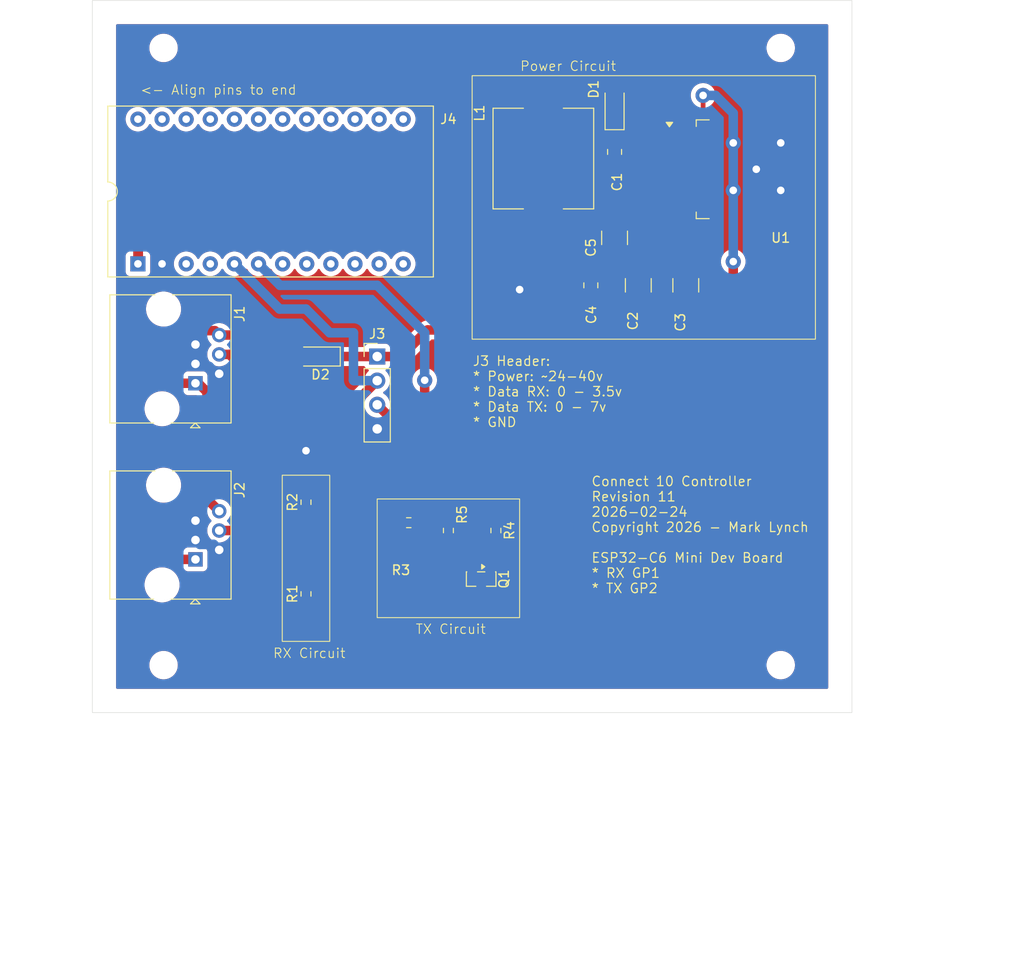
<source format=kicad_pcb>
(kicad_pcb (version 20241229) (generator "pcbnew") (generator_version "9.0")
  (title_block (title "Connect 10 Controller") (date "2026-02-24") (rev "Revision 11") (company "Copyright 2026 - Mark Lynch"))
  (layers (0 "F.Cu" signal) (2 "B.Cu" signal) (13 "F.Paste" user) (15 "B.Paste" user) (5 "F.SilkS" user "F.Silkscreen") (7 "B.SilkS" user "B.Silkscreen") (1 "F.Mask" user) (3 "B.Mask" user) (25 "Edge.Cuts" user))
  (net 0 "")
  (net 1 "Net-(U1-CB)")
  (net 2 "Net-(D1-K)")
  (net 3 "+24V (from connector)")
  (net 4 "Net-(Q1-B)")
  (net 5 "Net-(Q1-C)")
  (net 6 "GND (from connector)")
  (net 9 "+5V (from buck power)")
  (net 10 "Net-(D2-K)")
  (net 11 "Net-(J3-Pin_3)")
  (net 12 "Net-(J3-Pin_2)")
  (net 27 "Net-(J4-Pin_6)")
  (footprint "Capacitor_SMD:C_0805_2012Metric" (layer "F.Cu") (at 117.5 70 90)
    (property "Reference" "C4" (at -3.100702 0.049875 90) (layer "F.SilkS"))
    (property "Value" "100nF/50v")
    (fp_line (start -0.261252 -0.735) (end 0.261252 -0.735) (stroke (width 0.12)) (layer "F.SilkS"))
    (fp_line (start -0.261252 0.735) (end 0.261252 0.735) (stroke (width 0.12)) (layer "F.SilkS"))
    (pad "1" smd roundrect (at -0.95 0 90) (size 1 1.45) (layers "F.Cu" "F.Mask" "F.Paste") (net 10 "Net-(D2-K)"))
    (pad "2" smd roundrect (at 0.95 0 90) (size 1 1.45) (layers "F.Cu" "F.Mask" "F.Paste") (net 6 "GND (from connector)"))
  )
  (footprint "Capacitor_SMD:C_0805_2012Metric" (layer "F.Cu") (at 120 55.95 -90)
    (property "Reference" "C1" (at 3.172677 -0.257671 90) (layer "F.SilkS"))
    (property "Value" "10nF")
    (fp_line (start -0.261252 0.735) (end 0.261252 0.735) (stroke (width 0.12)) (layer "F.SilkS"))
    (fp_line (start -0.261252 -0.735) (end 0.261252 -0.735) (stroke (width 0.12)) (layer "F.SilkS"))
    (pad "1" smd roundrect (at -0.95 0 270) (size 1 1.45) (layers "F.Cu" "F.Mask" "F.Paste") (net 2 "Net-(D1-K)"))
    (pad "2" smd roundrect (at 0.95 0 270) (size 1 1.45) (layers "F.Cu" "F.Mask" "F.Paste") (net 1 "Net-(U1-CB)"))
  )
  (footprint "MountingHole:MountingHole_2.5mm" (layer "F.Cu") (at 72.5 45)
    (property "Reference" "REF**" (hide yes))
    (property "Value" "Mounting 2.5mm")
    (pad "" np_thru_hole circle (at 0 0) (size 2.5 2.5) (drill 2.5) (layers "*.Cu" "*.Mask"))
  )
  (footprint "Package_TO_SOT_SMD:TO-263-7_TabPin4" (layer "F.Cu") (at 133.425 57.775)
    (property "Reference" "U1" (at 4.075 7.225 0) (layer "F.SilkS"))
    (property "Value" "LM2678S-5.0/NOPB")
    (fp_line (start -4.825 -5.2) (end -4.825 -4.51) (stroke (width 0.12)) (layer "F.SilkS"))
    (fp_line (start -4.825 5.2) (end -4.825 4.51) (stroke (width 0.12)) (layer "F.SilkS"))
    (fp_line (start -3.46 -5.2) (end -4.825 -5.2) (stroke (width 0.12)) (layer "F.SilkS"))
    (fp_line (start -3.46 5.2) (end -4.825 5.2) (stroke (width 0.12)) (layer "F.SilkS"))
    (fp_poly (pts (xy -7.65 -4.47) (xy -7.99 -4.94) (xy -7.31 -4.94)) (stroke (width 0.12)) (fill yes) (layer "F.SilkS"))
    (pad "1" smd roundrect (at -7.65 -3.81) (size 4.6 0.8) (layers "F.Cu" "F.Mask" "F.Paste") (net 2 "Net-(D1-K)"))
    (pad "2" smd roundrect (at -7.65 -2.54) (size 4.6 0.8) (layers "F.Cu" "F.Mask" "F.Paste") (net 10 "Net-(D2-K)"))
    (pad "3" smd roundrect (at -7.65 -1.27) (size 4.6 0.8) (layers "F.Cu" "F.Mask" "F.Paste") (net 1 "Net-(U1-CB)"))
    (pad "4" smd roundrect (at -7.65 0) (size 4.6 0.8) (layers "F.Cu" "F.Mask" "F.Paste") (net 6 "GND (from connector)"))
    (pad "4" smd roundrect (at 1.5 0) (size 9.4 10.8) (layers "F.Cu" "F.Mask") (roundrect_rratio 0.026596) (net 6 "GND (from connector)"))
    (pad "5" smd roundrect (at -7.65 1.27) (size 4.6 0.8) (layers "F.Cu" "F.Mask" "F.Paste"))
    (pad "6" smd roundrect (at -7.65 2.54) (size 4.6 0.8) (layers "F.Cu" "F.Mask" "F.Paste") (net 9 "+5V (from buck power)"))
    (pad "7" smd roundrect (at -7.65 3.81) (size 4.6 0.8) (layers "F.Cu" "F.Mask" "F.Paste"))
  )
  (footprint "Resistor_SMD:R_0603_1608Metric" (layer "F.Cu") (at 87.5 102.5 90)
    (property "Reference" "R1" (at 0 -1.43 90) (layer "F.SilkS"))
    (property "Value" "R100k")
    (fp_line (start -0.237258 -0.5225) (end 0.237258 -0.5225) (stroke (width 0.12)) (layer "F.SilkS"))
    (fp_line (start -0.237258 0.5225) (end 0.237258 0.5225) (stroke (width 0.12)) (layer "F.SilkS"))
    (pad "1" smd roundrect (at -0.825 0 90) (size 0.8 0.95) (layers "F.Cu" "F.Mask" "F.Paste") (net 11 "Net-(J3-Pin_3)"))
    (pad "2" smd roundrect (at 0.825 0 90) (size 0.8 0.95) (layers "F.Cu" "F.Mask" "F.Paste") (net 12 "Net-(J3-Pin_2)"))
  )
  (footprint "Resistor_SMD:R_0603_1608Metric" (layer "F.Cu") (at 102.5 95.825 -90)
    (property "Reference" "R5" (at -1.675 -1.43 90) (layer "F.SilkS"))
    (property "Value" "R10k")
    (fp_line (start -0.237258 0.5225) (end 0.237258 0.5225) (stroke (width 0.12)) (layer "F.SilkS"))
    (fp_line (start -0.237258 -0.5225) (end 0.237258 -0.5225) (stroke (width 0.12)) (layer "F.SilkS"))
    (pad "1" smd roundrect (at -0.825 0 270) (size 0.8 0.95) (layers "F.Cu" "F.Mask" "F.Paste") (net 6 "GND (from connector)"))
    (pad "2" smd roundrect (at 0.825 0 270) (size 0.8 0.95) (layers "F.Cu" "F.Mask" "F.Paste") (net 4 "Net-(Q1-B)"))
  )
  (footprint "Capacitor_SMD:C_1210_3225Metric" (layer "F.Cu") (at 122.5 70 90)
    (property "Reference" "C2" (at -3.752035 -0.575366 90) (layer "F.SilkS"))
    (property "Value" "C 10uF/63v")
    (fp_line (start -0.711252 -1.36) (end 0.711252 -1.36) (stroke (width 0.12)) (layer "F.SilkS"))
    (fp_line (start -0.711252 1.36) (end 0.711252 1.36) (stroke (width 0.12)) (layer "F.SilkS"))
    (pad "1" smd roundrect (at -1.475 0 90) (size 1.15 2.7) (layers "F.Cu" "F.Mask" "F.Paste") (roundrect_rratio 0.217391) (net 10 "Net-(D2-K)"))
    (pad "2" smd roundrect (at 1.475 0 90) (size 1.15 2.7) (layers "F.Cu" "F.Mask" "F.Paste") (roundrect_rratio 0.217391) (net 6 "GND (from connector)"))
  )
  (footprint "MountingHole:MountingHole_2.5mm" (layer "F.Cu") (at 137.5 45)
    (property "Reference" "REF**" (hide yes))
    (property "Value" "Mounting 2.5mm")
    (pad "" np_thru_hole circle (at 0 0) (size 2.5 2.5) (drill 2.5) (layers "*.Cu" "*.Mask"))
  )
  (footprint "Diode_SMD:D_SOD-123F" (layer "F.Cu") (at 88.9 77.5 180)
    (property "Reference" "D2" (at -0.127 -1.905 0) (layer "F.SilkS"))
    (property "Value" "PMEG6010CEH,115")
    (fp_line (start -2.21 1) (end 1.65 1) (stroke (width 0.12)) (layer "F.SilkS"))
    (fp_line (start -2.21 -1) (end 1.65 -1) (stroke (width 0.12)) (layer "F.SilkS"))
    (fp_line (start -2.21 -1) (end -2.21 1) (stroke (width 0.12)) (layer "F.SilkS"))
    (pad "1" smd roundrect (at -1.4 0 180) (size 1.1 1.1) (layers "F.Cu" "F.Mask" "F.Paste") (roundrect_rratio 0.2272727273) (net 10 "Net-(D2-K)"))
    (pad "2" smd roundrect (at 1.4 0 180) (size 1.1 1.1) (layers "F.Cu" "F.Mask" "F.Paste") (roundrect_rratio 0.2272727273) (net 3 "+24V (from connector)"))
  )
  (footprint "Inductor_SMD:L_10.4x10.4_H4.8" (layer "F.Cu") (at 112.5 56.65 -90)
    (property "Reference" "L1" (at -4.782643 6.725574 90) (layer "F.SilkS"))
    (property "Value" "L 120uH")
    (fp_line (start -5.3 5.3) (end -5.3 2.1) (stroke (width 0.12)) (layer "F.SilkS"))
    (fp_line (start 5.3 5.3) (end -5.3 5.3) (stroke (width 0.12)) (layer "F.SilkS"))
    (fp_line (start 5.3 2.1) (end 5.3 5.3) (stroke (width 0.12)) (layer "F.SilkS"))
    (fp_line (start -5.3 -2.1) (end -5.3 -5.3) (stroke (width 0.12)) (layer "F.SilkS"))
    (fp_line (start -5.3 -5.3) (end 5.3 -5.3) (stroke (width 0.12)) (layer "F.SilkS"))
    (fp_line (start 5.3 -5.3) (end 5.3 -2.1) (stroke (width 0.12)) (layer "F.SilkS"))
    (pad "1" smd rect (at -4.15 0 270) (size 2.7 3.6) (layers "F.Cu" "F.Mask" "F.Paste") (net 2 "Net-(D1-K)"))
    (pad "2" smd rect (at 4.15 0 270) (size 2.7 3.6) (layers "F.Cu" "F.Mask" "F.Paste") (net 9 "+5V (from buck power)"))
  )
  (footprint "Connector_RJ:RJ25_RJ12_5324_mini" (layer "F.Cu") (at 77.34 98.55 -90)
    (property "Reference" "J2" (at -6.985 -3.175 270) (layer "F.SilkS"))
    (property "Value" "RJ12")
    (fp_line (start -9 10.5) (end 4.5 10.5) (stroke (width 0.12)) (layer "F.SilkS"))
    (fp_line (start 4.5 5.891188) (end 4.5 10.5) (stroke (width 0.12)) (layer "F.SilkS"))
    (fp_line (start -9 5.749346) (end -9 10.5) (stroke (width 0.12)) (layer "F.SilkS"))
    (fp_line (start 4.5 1.5) (end 5 2) (stroke (width 0.12)) (layer "F.SilkS"))
    (fp_line (start 5 1) (end 5 2) (stroke (width 0.12)) (layer "F.SilkS"))
    (fp_line (start 5 1) (end 4.5 1.5) (stroke (width 0.12)) (layer "F.SilkS"))
    (fp_line (start -9 -2.27) (end -9 3.904462) (stroke (width 0.12)) (layer "F.SilkS"))
    (fp_line (start -9 -2.27) (end 4.5 -2.27) (stroke (width 0.12)) (layer "F.SilkS"))
    (fp_line (start 4.5 -2.27) (end 4.5 4.050672) (stroke (width 0.12)) (layer "F.SilkS"))
    (pad "" np_thru_hole circle (at -7.5 4.84 270) (size 3.2 3.2) (drill 3.2) (layers "*.Cu" "*.Mask"))
    (pad "" np_thru_hole circle (at 3 5 270) (size 3.2 3.2) (drill 3.2) (layers "*.Cu" "*.Mask"))
    (pad "1" thru_hole rect (at 0.315895 1.480723 270) (size 1.52 1.52) (drill 0.9) (layers "*.Cu" "*.Mask") (net 3 "+24V (from connector)"))
    (pad "2" thru_hole circle (at -0.684105 -1.019277 270) (size 1.52 1.52) (drill 0.9) (layers "*.Cu" "*.Mask") (net 6 "GND (from connector)"))
    (pad "3" thru_hole circle (at -1.724105 1.480723 270) (size 1.52 1.52) (drill 0.9) (layers "*.Cu" "*.Mask") (net 6 "GND (from connector)"))
    (pad "4" thru_hole circle (at -2.724105 -1.019277 270) (size 1.52 1.52) (drill 0.9) (layers "*.Cu" "*.Mask") (net 11 "Net-(J3-Pin_3)"))
    (pad "5" thru_hole circle (at -3.764105 1.480723 270) (size 1.52 1.52) (drill 0.9) (layers "*.Cu" "*.Mask") (net 6 "GND (from connector)"))
    (pad "6" thru_hole circle (at -4.764105 -1.019277 270) (size 1.52 1.52) (drill 0.9) (layers "*.Cu" "*.Mask") (net 3 "+24V (from connector)"))
  )
  (footprint "MountingHole:MountingHole_2.5mm" (layer "F.Cu") (at 137.5 110)
    (property "Reference" "REF**" (hide yes))
    (property "Value" "Mounting 2.5mm")
    (pad "" np_thru_hole circle (at 0 0) (size 2.5 2.5) (drill 2.5) (layers "*.Cu" "*.Mask"))
  )
  (footprint "Capacitor_SMD:C_1210_3225Metric" (layer "F.Cu") (at 120 65 -90)
    (property "Reference" "C5" (at 1.025 2.5 90) (layer "F.SilkS"))
    (property "Value" "C 47uF/16v")
    (fp_line (start -0.711252 1.36) (end 0.711252 1.36) (stroke (width 0.12)) (layer "F.SilkS"))
    (fp_line (start -0.711252 -1.36) (end 0.711252 -1.36) (stroke (width 0.12)) (layer "F.SilkS"))
    (pad "1" smd roundrect (at -1.475 0 270) (size 1.15 2.7) (layers "F.Cu" "F.Mask" "F.Paste") (roundrect_rratio 0.217391) (net 9 "+5V (from buck power)"))
    (pad "2" smd roundrect (at 1.475 0 270) (size 1.15 2.7) (layers "F.Cu" "F.Mask" "F.Paste") (roundrect_rratio 0.217391) (net 6 "GND (from connector)"))
  )
  (footprint "Resistor_SMD:R_0603_1608Metric" (layer "F.Cu") (at 98.325 95)
    (property "Reference" "R3" (at -0.825 5 0) (layer "F.SilkS"))
    (property "Value" "R470")
    (fp_line (start -0.237258 -0.5225) (end 0.237258 -0.5225) (stroke (width 0.12)) (layer "F.SilkS"))
    (fp_line (start -0.237258 0.5225) (end 0.237258 0.5225) (stroke (width 0.12)) (layer "F.SilkS"))
    (pad "1" smd roundrect (at -0.825 0) (size 0.8 0.95) (layers "F.Cu" "F.Mask" "F.Paste") (net 11 "Net-(J3-Pin_3)"))
    (pad "2" smd roundrect (at 0.825 0) (size 0.8 0.95) (layers "F.Cu" "F.Mask" "F.Paste") (net 5 "Net-(Q1-C)"))
  )
  (footprint "Connector_PinHeader_2.54mm:PinHeader_1x04_P2.54mm_Vertical" (layer "F.Cu") (at 95 77.5)
    (property "Reference" "J3" (at 0 -2.38 0) (layer "F.SilkS"))
    (property "Value" "Header")
    (fp_line (start -1.38 -1.38) (end 0 -1.38) (stroke (width 0.12)) (layer "F.SilkS"))
    (fp_line (start -1.38 0) (end -1.38 -1.38) (stroke (width 0.12)) (layer "F.SilkS"))
    (fp_line (start -1.38 1.27) (end -1.38 9) (stroke (width 0.12)) (layer "F.SilkS"))
    (fp_line (start -1.38 1.27) (end 1.38 1.27) (stroke (width 0.12)) (layer "F.SilkS"))
    (fp_line (start -1.38 9) (end 1.38 9) (stroke (width 0.12)) (layer "F.SilkS"))
    (fp_line (start 1.38 1.27) (end 1.38 9) (stroke (width 0.12)) (layer "F.SilkS"))
    (pad "1" thru_hole rect (at 0 0) (size 1.7 1.7) (drill 1) (layers "*.Cu" "*.Mask") (net 10 "Net-(D2-K)"))
    (pad "2" thru_hole circle (at 0 2.54) (size 1.7 1.7) (drill 1) (layers "*.Cu" "*.Mask") (net 12 "Net-(J3-Pin_2)"))
    (pad "3" thru_hole circle (at 0 5.08) (size 1.7 1.7) (drill 1) (layers "*.Cu" "*.Mask") (net 11 "Net-(J3-Pin_3)"))
    (pad "4" thru_hole circle (at 0 7.62) (size 1.7 1.7) (drill 1) (layers "*.Cu" "*.Mask") (net 6 "GND (from connector)"))
  )
  (footprint "Diode_SMD:D_SOD-123F" (layer "F.Cu") (at 120 51.4 90)
    (property "Reference" "D1" (at 2.051063 -2.201367 90) (layer "F.SilkS"))
    (property "Value" "PMEG6010CEH,115")
    (fp_line (start -2.21 -1) (end 1.65 -1) (stroke (width 0.12)) (layer "F.SilkS"))
    (fp_line (start -2.21 -1) (end -2.21 1) (stroke (width 0.12)) (layer "F.SilkS"))
    (fp_line (start -2.21 1) (end 1.65 1) (stroke (width 0.12)) (layer "F.SilkS"))
    (pad "1" smd roundrect (at -1.4 0 90) (size 1.1 1.1) (layers "F.Cu" "F.Mask" "F.Paste") (roundrect_rratio 0.2272727273) (net 2 "Net-(D1-K)"))
    (pad "2" smd roundrect (at 1.4 0 90) (size 1.1 1.1) (layers "F.Cu" "F.Mask" "F.Paste") (roundrect_rratio 0.2272727273) (net 6 "GND (from connector)"))
  )
  (footprint "Capacitor_SMD:C_1210_3225Metric" (layer "F.Cu") (at 127.5 70 90)
    (property "Reference" "C3" (at -3.898932 -0.5795 90) (layer "F.SilkS"))
    (property "Value" "C 10uF/63v")
    (fp_line (start -0.711252 -1.36) (end 0.711252 -1.36) (stroke (width 0.12)) (layer "F.SilkS"))
    (fp_line (start -0.711252 1.36) (end 0.711252 1.36) (stroke (width 0.12)) (layer "F.SilkS"))
    (pad "1" smd roundrect (at -1.475 0 90) (size 1.15 2.7) (layers "F.Cu" "F.Mask" "F.Paste") (roundrect_rratio 0.217391) (net 10 "Net-(D2-K)"))
    (pad "2" smd roundrect (at 1.475 0 90) (size 1.15 2.7) (layers "F.Cu" "F.Mask" "F.Paste") (roundrect_rratio 0.217391) (net 6 "GND (from connector)"))
  )
  (footprint "MountingHole:MountingHole_2.5mm" (layer "F.Cu") (at 72.5 110)
    (property "Reference" "REF**" (hide yes))
    (property "Value" "Mounting 2.5mm")
    (pad "" np_thru_hole circle (at 0 0) (size 2.5 2.5) (drill 2.5) (layers "*.Cu" "*.Mask"))
  )
  (footprint "Resistor_SMD:R_0603_1608Metric" (layer "F.Cu") (at 87.5 92.845 90)
    (property "Reference" "R2" (at 0 -1.43 90) (layer "F.SilkS"))
    (property "Value" "R100k")
    (fp_line (start -0.237258 -0.5225) (end 0.237258 -0.5225) (stroke (width 0.12)) (layer "F.SilkS"))
    (fp_line (start -0.237258 0.5225) (end 0.237258 0.5225) (stroke (width 0.12)) (layer "F.SilkS"))
    (pad "1" smd roundrect (at -0.825 0 90) (size 0.8 0.95) (layers "F.Cu" "F.Mask" "F.Paste") (net 12 "Net-(J3-Pin_2)"))
    (pad "2" smd roundrect (at 0.825 0 90) (size 0.8 0.95) (layers "F.Cu" "F.Mask" "F.Paste") (net 6 "GND (from connector)"))
  )
  (footprint "Connector_RJ:RJ25_RJ12_5324_mini" (layer "F.Cu") (at 77.34 80 -90)
    (property "Reference" "J1" (at -6.985 -3.175 270) (layer "F.SilkS"))
    (property "Value" "RJ12")
    (fp_line (start -9 10.5) (end 4.5 10.5) (stroke (width 0.12)) (layer "F.SilkS"))
    (fp_line (start 4.5 5.891188) (end 4.5 10.5) (stroke (width 0.12)) (layer "F.SilkS"))
    (fp_line (start -9 5.749346) (end -9 10.5) (stroke (width 0.12)) (layer "F.SilkS"))
    (fp_line (start 4.5 1.5) (end 5 2) (stroke (width 0.12)) (layer "F.SilkS"))
    (fp_line (start 5 1) (end 5 2) (stroke (width 0.12)) (layer "F.SilkS"))
    (fp_line (start 5 1) (end 4.5 1.5) (stroke (width 0.12)) (layer "F.SilkS"))
    (fp_line (start -9 -2.27) (end -9 3.904462) (stroke (width 0.12)) (layer "F.SilkS"))
    (fp_line (start -9 -2.27) (end 4.5 -2.27) (stroke (width 0.12)) (layer "F.SilkS"))
    (fp_line (start 4.5 -2.27) (end 4.5 4.050672) (stroke (width 0.12)) (layer "F.SilkS"))
    (pad "" np_thru_hole circle (at -7.5 4.84 270) (size 3.2 3.2) (drill 3.2) (layers "*.Cu" "*.Mask"))
    (pad "" np_thru_hole circle (at 3 5 270) (size 3.2 3.2) (drill 3.2) (layers "*.Cu" "*.Mask"))
    (pad "1" thru_hole rect (at 0.315895 1.480723 270) (size 1.52 1.52) (drill 0.9) (layers "*.Cu" "*.Mask") (net 3 "+24V (from connector)"))
    (pad "2" thru_hole circle (at -0.684105 -1.019277 270) (size 1.52 1.52) (drill 0.9) (layers "*.Cu" "*.Mask") (net 6 "GND (from connector)"))
    (pad "3" thru_hole circle (at -1.724105 1.480723 270) (size 1.52 1.52) (drill 0.9) (layers "*.Cu" "*.Mask") (net 6 "GND (from connector)"))
    (pad "4" thru_hole circle (at -2.724105 -1.019277 270) (size 1.52 1.52) (drill 0.9) (layers "*.Cu" "*.Mask") (net 11 "Net-(J3-Pin_3)"))
    (pad "5" thru_hole circle (at -3.764105 1.480723 270) (size 1.52 1.52) (drill 0.9) (layers "*.Cu" "*.Mask") (net 6 "GND (from connector)"))
    (pad "6" thru_hole circle (at -4.764105 -1.019277 270) (size 1.52 1.52) (drill 0.9) (layers "*.Cu" "*.Mask") (net 3 "+24V (from connector)"))
  )
  (footprint "Resistor_SMD:R_0603_1608Metric" (layer "F.Cu") (at 107.5 95.825 -90)
    (property "Reference" "R4" (at 0 -1.43 90) (layer "F.SilkS"))
    (property "Value" "R10k")
    (fp_line (start -0.237258 0.5225) (end 0.237258 0.5225) (stroke (width 0.12)) (layer "F.SilkS"))
    (fp_line (start -0.237258 -0.5225) (end 0.237258 -0.5225) (stroke (width 0.12)) (layer "F.SilkS"))
    (pad "1" smd roundrect (at -0.825 0 270) (size 0.8 0.95) (layers "F.Cu" "F.Mask" "F.Paste") (net 27 "Net-(J4-Pin_6)"))
    (pad "2" smd roundrect (at 0.825 0 270) (size 0.8 0.95) (layers "F.Cu" "F.Mask" "F.Paste") (net 4 "Net-(Q1-B)"))
  )
  (footprint "Package_TO_SOT_SMD:SOT-23" (layer "F.Cu") (at 105.95 100.9375 -90)
    (property "Reference" "Q1" (at 0 -2.4 90) (layer "F.SilkS"))
    (property "Value" "MMBT3904")
    (fp_line (start -0.76 1.56) (end -0.76 1.51) (stroke (width 0.12)) (layer "F.SilkS"))
    (fp_line (start 0.76 1.56) (end -0.76 1.56) (stroke (width 0.12)) (layer "F.SilkS"))
    (fp_line (start 0.76 0.56) (end 0.76 1.56) (stroke (width 0.12)) (layer "F.SilkS"))
    (fp_line (start -0.76 0.39) (end -0.76 -0.39) (stroke (width 0.12)) (layer "F.SilkS"))
    (fp_line (start -0.76 -1.51) (end -0.76 -1.56) (stroke (width 0.12)) (layer "F.SilkS"))
    (fp_line (start -0.76 -1.56) (end 0.76 -1.56) (stroke (width 0.12)) (layer "F.SilkS"))
    (fp_line (start 0.76 -1.56) (end 0.76 -0.56) (stroke (width 0.12)) (layer "F.SilkS"))
    (fp_poly (pts (xy -1.3 -0.38) (xy -1.06 -0.05) (xy -1.54 -0.05)) (stroke (width 0.12)) (fill yes) (layer "F.SilkS"))
    (pad "1" smd roundrect (at -0.9375 -0.95 270) (size 1.475 0.6) (layers "F.Cu" "F.Mask" "F.Paste") (net 6 "GND (from connector)"))
    (pad "2" smd roundrect (at -0.9375 0.95 270) (size 1.475 0.6) (layers "F.Cu" "F.Mask" "F.Paste") (net 4 "Net-(Q1-B)"))
    (pad "3" smd roundrect (at 0.9375 0 270) (size 1.475 0.6) (layers "F.Cu" "F.Mask" "F.Paste") (net 5 "Net-(Q1-C)"))
  )
  (footprint "Package_DIP:DIP-24_18.0mmx34.29mm_W15.24mm_Socket" (layer "F.Cu") (at 69.8 67.74 90)
    (property "Reference" "J4" (at 15.24 32.7 0) (layer "F.SilkS"))
    (property "Value" "Conn_02x12_Counter_Clockwise")
    (fp_line (start 16.62 -3.175) (end 8.62 -3.175) (stroke (width 0.12)) (layer "F.SilkS"))
    (fp_line (start 6.62 -3.175) (end -1.38 -3.175) (stroke (width 0.12)) (layer "F.SilkS"))
    (fp_line (start -1.38 -3.175) (end -1.38 31.115) (stroke (width 0.12)) (layer "F.SilkS"))
    (fp_line (start 16.62 31.115) (end 16.62 -3.175) (stroke (width 0.12)) (layer "F.SilkS"))
    (fp_line (start -1.38 31.115) (end 16.62 31.115) (stroke (width 0.12)) (layer "F.SilkS"))
    (fp_arc (start 8.62 -3.175) (mid 7.62 -2.175) (end 6.62 -3.175) (stroke (width 0.12)) (layer "F.SilkS"))
    (pad "1" thru_hole rect (at 0 0 90) (size 1.6 1.6) (drill 0.8) (layers "*.Cu" "*.Mask") (net 9 "+5V (from buck power)"))
    (pad "2" thru_hole oval (at 0 2.54 90) (size 1.6 1.6) (drill 0.8) (layers "*.Cu" "*.Mask") (net 6 "GND (from connector)"))
    (pad "3" thru_hole oval (at 0 5.08 90) (size 1.6 1.6) (drill 0.8) (layers "*.Cu" "*.Mask"))
    (pad "4" thru_hole oval (at 0 7.62 90) (size 1.6 1.6) (drill 0.8) (layers "*.Cu" "*.Mask"))
    (pad "5" thru_hole oval (at 0 10.16 90) (size 1.6 1.6) (drill 0.8) (layers "*.Cu" "*.Mask") (net 12 "Net-(J3-Pin_2)"))
    (pad "6" thru_hole oval (at 0 12.7 90) (size 1.6 1.6) (drill 0.8) (layers "*.Cu" "*.Mask") (net 27 "Net-(J4-Pin_6)"))
    (pad "7" thru_hole oval (at 0 15.24 90) (size 1.6 1.6) (drill 0.8) (layers "*.Cu" "*.Mask"))
    (pad "8" thru_hole oval (at 0 17.78 90) (size 1.6 1.6) (drill 0.8) (layers "*.Cu" "*.Mask"))
    (pad "9" thru_hole oval (at 0 20.32 90) (size 1.6 1.6) (drill 0.8) (layers "*.Cu" "*.Mask"))
    (pad "10" thru_hole oval (at 0 22.86 90) (size 1.6 1.6) (drill 0.8) (layers "*.Cu" "*.Mask"))
    (pad "11" thru_hole oval (at 0 25.4 90) (size 1.6 1.6) (drill 0.8) (layers "*.Cu" "*.Mask"))
    (pad "12" thru_hole oval (at 0 27.94 90) (size 1.6 1.6) (drill 0.8) (layers "*.Cu" "*.Mask"))
    (pad "13" thru_hole oval (at 15.24 27.94 90) (size 1.6 1.6) (drill 0.8) (layers "*.Cu" "*.Mask"))
    (pad "14" thru_hole oval (at 15.24 25.4 90) (size 1.6 1.6) (drill 0.8) (layers "*.Cu" "*.Mask"))
    (pad "15" thru_hole oval (at 15.24 22.86 90) (size 1.6 1.6) (drill 0.8) (layers "*.Cu" "*.Mask"))
    (pad "16" thru_hole oval (at 15.24 20.32 90) (size 1.6 1.6) (drill 0.8) (layers "*.Cu" "*.Mask"))
    (pad "17" thru_hole oval (at 15.24 17.78 90) (size 1.6 1.6) (drill 0.8) (layers "*.Cu" "*.Mask"))
    (pad "18" thru_hole oval (at 15.24 15.24 90) (size 1.6 1.6) (drill 0.8) (layers "*.Cu" "*.Mask"))
    (pad "19" thru_hole oval (at 15.24 12.7 90) (size 1.6 1.6) (drill 0.8) (layers "*.Cu" "*.Mask"))
    (pad "20" thru_hole oval (at 15.24 10.16 90) (size 1.6 1.6) (drill 0.8) (layers "*.Cu" "*.Mask"))
    (pad "21" thru_hole oval (at 15.24 7.62 90) (size 1.6 1.6) (drill 0.8) (layers "*.Cu" "*.Mask"))
    (pad "22" thru_hole oval (at 15.24 5.08 90) (size 1.6 1.6) (drill 0.8) (layers "*.Cu" "*.Mask"))
    (pad "23" thru_hole oval (at 15.24 2.54 90) (size 1.6 1.6) (drill 0.8) (layers "*.Cu" "*.Mask"))
    (pad "24" thru_hole oval (at 15.24 0 90) (size 1.6 1.6) (drill 0.8) (layers "*.Cu" "*.Mask"))
  )
  (gr_poly (pts (xy 95 92.5) (xy 95 105) (xy 107.5 105) (xy 110 105) (xy 110 92.5)) (stroke (width 0.1)) (fill no) (layer "F.SilkS"))
  (gr_poly (pts (xy 85 107.5) (xy 90 107.5) (xy 90 90) (xy 85 90)) (stroke (width 0.1)) (fill no) (layer "F.SilkS"))
  (gr_rect (start 105 47.92031) (end 141.152602 75.672808) (stroke (width 0.1)) (fill no) (layer "F.SilkS"))
  (gr_rect (start 65 40) (end 145 115) (stroke (width 0.05)) (fill no) (layer "Edge.Cuts"))
  (gr_text "RX Circuit" (at 83.974671 109.336423 0) (layer "F.SilkS") (effects (font (size 1 1) (thickness 0.1)) (justify left bottom)))
  (gr_text "${TITLE}\n${REVISION}\n${ISSUE_DATE}\n${COMPANY}\n\nESP32-C6 Mini Dev Board\n* RX GP1\n* TX GP2\n" (at 117.5 102.5 0) (layer "F.SilkS") (effects (font (size 1 1) (thickness 0.125)) (justify left bottom)))
  (gr_text "<- Align pins to end\n" (at 70 50 0) (layer "F.SilkS") (effects (font (size 1 1) (thickness 0.1)) (justify left bottom)))
  (gr_text "TX Circuit" (at 98.988242 106.791204 0) (layer "F.SilkS") (effects (font (size 1 1) (thickness 0.1)) (justify left bottom)))
  (gr_text "J3 Header:\n* Power: ~24-40v\n* Data RX: 0 - 3.5v\n* Data TX: 0 - 7v\n* GND" (at 105 85 0) (layer "F.SilkS") (effects (font (size 1 1) (thickness 0.125)) (justify left bottom)))
  (gr_text "Power Circuit" (at 110 47.5 0) (layer "F.SilkS") (effects (font (size 1 1) (thickness 0.1)) (justify left bottom)))
  (segment (start 120.395 56.505) (end 119.999999 56.900001) (width 0.7) (layer "F.Cu") (net 1))
  (segment (start 125.775 56.505) (end 120.395 56.505) (width 0.7) (layer "F.Cu") (net 1))
  (segment (start 120 56.9) (end 119.999999 56.900001) (width 0.2) (layer "F.Cu") (net 1))
  (segment (start 125.775 53.965) (end 121.035 53.965) (width 0.7) (layer "F.Cu") (net 2))
  (segment (start 121.035 53.835) (end 120 52.8) (width 1) (layer "F.Cu") (net 2))
  (segment (start 120 52.8) (end 112.8 52.8) (width 1) (layer "F.Cu") (net 2))
  (segment (start 112.8 52.8) (end 112.5 52.5) (width 0.2) (layer "F.Cu") (net 2))
  (segment (start 121.035 53.965) (end 121.035 53.835) (width 0.2) (layer "F.Cu") (net 2))
  (segment (start 120 55) (end 121.035 53.965) (width 1) (layer "F.Cu") (net 2))
  (segment (start 75.859277 80.315895) (end 74.150619 80.315895) (width 1) (layer "F.Cu") (net 3))
  (segment (start 73.865895 98.865895) (end 72.5 97.5) (width 1) (layer "F.Cu") (net 3))
  (segment (start 77.073382 81.233382) (end 76.155895 80.315895) (width 1) (layer "F.Cu") (net 3))
  (segment (start 75.859277 98.865895) (end 73.865895 98.865895) (width 1) (layer "F.Cu") (net 3))
  (segment (start 72.5 95) (end 75 92.5) (width 1) (layer "F.Cu") (net 3))
  (segment (start 75 92.5) (end 77.073382 92.5) (width 1) (layer "F.Cu") (net 3))
  (segment (start 77.073382 92.5) (end 77.073382 81.233382) (width 1) (layer "F.Cu") (net 3))
  (segment (start 77.898277 74.774895) (end 78.359277 75.235895) (width 1) (layer "F.Cu") (net 3))
  (segment (start 82.5 77.5) (end 87.5 77.5) (width 1) (layer "F.Cu") (net 3))
  (segment (start 72.501405 76.28363) (end 74.01014 74.774895) (width 1) (layer "F.Cu") (net 3))
  (segment (start 74.01014 74.774895) (end 77.898277 74.774895) (width 1) (layer "F.Cu") (net 3))
  (segment (start 72.501405 77.5276) (end 72.501405 76.28363) (width 1) (layer "F.Cu") (net 3))
  (segment (start 74.150619 80.315895) (end 72.5 78.665276) (width 1) (layer "F.Cu") (net 3))
  (segment (start 72.5 78.665276) (end 72.5 77.529005) (width 1) (layer "F.Cu") (net 3))
  (segment (start 80.235895 75.235895) (end 78.359277 75.235895) (width 1) (layer "F.Cu") (net 3))
  (segment (start 72.5 77.529005) (end 72.501405 77.5276) (width 1) (layer "F.Cu") (net 3))
  (segment (start 76.155895 80.315895) (end 75.859277 80.315895) (width 1) (layer "F.Cu") (net 3))
  (segment (start 82.5 77.5) (end 80.235895 75.235895) (width 1) (layer "F.Cu") (net 3))
  (segment (start 72.5 97.5) (end 72.5 95) (width 1) (layer "F.Cu") (net 3))
  (segment (start 77.073382 92.5) (end 78.359277 93.785895) (width 1) (layer "F.Cu") (net 3))
  (segment (start 105.045152 99.104848) (end 107.5 96.65) (width 1) (layer "F.Cu") (net 4))
  (segment (start 102.5 96.65) (end 104.954848 99.104848) (width 1) (layer "F.Cu") (net 4))
  (segment (start 99.15 97.5) (end 103.525 101.875) (width 1) (layer "F.Cu") (net 5))
  (segment (start 103.525 101.875) (end 105.95 101.875) (width 1) (layer "F.Cu") (net 5))
  (segment (start 99.15 95) (end 99.15 97.5) (width 1) (layer "F.Cu") (net 5))
  (segment (start 120 68.525) (end 120 66.475) (width 1) (layer "F.Cu") (net 6))
  (segment (start 113.975 68.525) (end 112.05 70.45) (width 1) (layer "F.Cu") (net 6))
  (segment (start 128.49295 45.94295) (end 134.925 52.375) (width 0.2) (layer "F.Cu") (net 6))
  (segment (start 124.05705 45.94295) (end 128.49295 45.94295) (width 0.2) (layer "F.Cu") (net 6))
  (segment (start 116.975 68.525) (end 113.975 68.525) (width 1) (layer "F.Cu") (net 6))
  (segment (start 87.5 92.02) (end 87.5 87.5) (width 1) (layer "F.Cu") (net 6))
  (segment (start 134.925 58.75177) (end 134.925 57.775) (width 1) (layer "F.Cu") (net 6))
  (segment (start 134.925 52.375) (end 134.925 57.775) (width 0.2) (layer "F.Cu") (net 6))
  (segment (start 132.5 55.35) (end 134.925 57.775) (width 0.2) (layer "F.Cu") (net 6))
  (segment (start 130.588385 63.088385) (end 134.925 58.75177) (width 1) (layer "F.Cu") (net 6))
  (segment (start 130 63.67677) (end 130 67.5) (width 1) (layer "F.Cu") (net 6))
  (segment (start 130.588385 63.088385) (end 130 63.67677) (width 1) (layer "F.Cu") (net 6))
  (segment (start 130.588385 57.775) (end 130.588385 63.088385) (width 0.2) (layer "F.Cu") (net 6))
  (segment (start 128.975 68.525) (end 120 68.525) (width 1) (layer "F.Cu") (net 6))
  (segment (start 112.05 70.45) (end 110 70.45) (width 1) (layer "F.Cu") (net 6))
  (segment (start 120 68.525) (end 116.975 68.525) (width 1) (layer "F.Cu") (net 6))
  (segment (start 130 67.5) (end 128.975 68.525) (width 1) (layer "F.Cu") (net 6))
  (segment (start 125.775 57.775) (end 130.588385 57.775) (width 0.5) (layer "F.Cu") (net 6))
  (segment (start 120 50) (end 124.05705 45.94295) (width 0.2) (layer "F.Cu") (net 6))
  (segment (start 117.5 69.05) (end 116.975 68.525) (width 1) (layer "F.Cu") (net 6))
  (via (at 137.5 55) (size 1.6) (drill 0.8) (layers "F.Cu" "B.Cu") (net 6))
  (via (at 132.5 55) (size 1.6) (drill 0.8) (layers "F.Cu" "B.Cu") (net 6))
  (via (at 134.924998 57.774999) (size 1.6) (drill 0.8) (layers "F.Cu" "B.Cu") (net 6))
  (via (at 110 70.45) (size 1.6) (drill 0.8) (layers "F.Cu" "B.Cu") (net 6))
  (via (at 87.5 87.42) (size 1.6) (drill 0.8) (layers "F.Cu" "B.Cu") (net 6))
  (via (at 137.5 60) (size 1.6) (drill 0.8) (layers "F.Cu" "B.Cu") (net 6))
  (via (at 132.5 60) (size 1.6) (drill 0.8) (layers "F.Cu" "B.Cu") (net 6))
  (segment (start 77.780277 97.286895) (end 78.359277 97.865895) (width 1) (layer "B.Cu") (net 6))
  (segment (start 87.5 87.42) (end 86.58 87.42) (width 2) (layer "B.Cu") (net 6))
  (segment (start 75.84 77.96) (end 76.419 78.539) (width 1) (layer "B.Cu") (net 6))
  (segment (start 76.419 78.539) (end 77.301 78.539) (width 1) (layer "B.Cu") (net 6))
  (segment (start 110 77.5) (end 110 70.45) (width 2) (layer "B.Cu") (net 6))
  (segment (start 75.859277 94.785895) (end 75.859277 96.825895) (width 1) (layer "B.Cu") (net 6))
  (segment (start 80 81.238) (end 80 85) (width 1) (layer "B.Cu") (net 6))
  (segment (start 115 82.5) (end 110 77.5) (width 2) (layer "B.Cu") (net 6))
  (segment (start 77.301 78.539) (end 80 81.238) (width 1) (layer "B.Cu") (net 6))
  (segment (start 72.34 67.74) (end 72.5 67.9) (width 1) (layer "B.Cu") (net 6))
  (segment (start 87.5 87.42) (end 92.42 87.42) (width 2) (layer "B.Cu") (net 6))
  (segment (start 75.859277 96.825895) (end 76.320277 97.286895) (width 1) (layer "B.Cu") (net 6))
  (segment (start 77.5 87.5) (end 77.5 90) (width 1) (layer "B.Cu") (net 6))
  (segment (start 86.5 87.5) (end 77.5 87.5) (width 2) (layer "B.Cu") (net 6))
  (segment (start 76.320277 97.286895) (end 77.780277 97.286895) (width 1) (layer "B.Cu") (net 6))
  (segment (start 75.859277 91.640723) (end 75.859277 94.785895) (width 1) (layer "B.Cu") (net 6))
  (segment (start 75.84 70.84) (end 75.84 77.96) (width 1) (layer "B.Cu") (net 6))
  (segment (start 92.42 87.42) (end 94.72 85.12) (width 2) (layer "B.Cu") (net 6))
  (segment (start 72.5 67.9) (end 72.5 70) (width 1) (layer "B.Cu") (net 6))
  (segment (start 80 85) (end 77.5 87.5) (width 1) (layer "B.Cu") (net 6))
  (segment (start 77.5 90) (end 75.859277 91.640723) (width 1) (layer "B.Cu") (net 6))
  (segment (start 115 85) (end 115 82.5) (width 2) (layer "B.Cu") (net 6))
  (segment (start 94.72 85.12) (end 114.88 85.12) (width 2) (layer "B.Cu") (net 6))
  (segment (start 114.88 85.12) (end 115 85) (width 2) (layer "B.Cu") (net 6))
  (segment (start 75 70) (end 75.84 70.84) (width 1) (layer "B.Cu") (net 6))
  (segment (start 86.58 87.42) (end 86.5 87.5) (width 0.2) (layer "B.Cu") (net 6))
  (segment (start 72.5 70) (end 75 70) (width 1) (layer "B.Cu") (net 6))
  (segment (start 110 65) (end 112.5 62.5) (width 1) (layer "F.Cu") (net 9))
  (segment (start 69.84 67.7) (end 69.84 65) (width 1) (layer "F.Cu") (net 9))
  (segment (start 112.95 60.8) (end 112.5 60.8) (width 0.2) (layer "F.Cu") (net 9))
  (segment (start 69.8 65.040002) (end 69.84 65.000002) (width 1) (layer "F.Cu") (net 9))
  (segment (start 110 65) (end 69.840004 65) (width 1) (layer "F.Cu") (net 9))
  (segment (start 120 61.626346) (end 120 63.525) (width 1) (layer "F.Cu") (net 9))
  (segment (start 69.8 67.74) (end 69.8 65.040002) (width 1) (layer "F.Cu") (net 9))
  (segment (start 112.5 61.25) (end 112.95 60.8) (width 1) (layer "F.Cu") (net 9))
  (segment (start 112.5 62.5) (end 112.5 60.8) (width 1) (layer "F.Cu") (net 9))
  (segment (start 119.956652 63.481652) (end 113.481652 63.481652) (width 1) (layer "F.Cu") (net 9))
  (segment (start 69.840004 65) (end 69.8 65.040004) (width 1) (layer "F.Cu") (net 9))
  (segment (start 121.311346 60.315) (end 120 61.626346) (width 1) (layer "F.Cu") (net 9))
  (segment (start 69.8 67.74) (end 69.84 67.7) (width 1) (layer "F.Cu") (net 9))
  (segment (start 113.481652 63.481652) (end 112.5 62.5) (width 1) (layer "F.Cu") (net 9))
  (segment (start 125.775 60.315) (end 121.311346 60.315) (width 0.7) (layer "F.Cu") (net 9))
  (segment (start 112.5 62.5) (end 112.5 61.25) (width 1) (layer "F.Cu") (net 9))
  (segment (start 120 63.525) (end 119.956652 63.481652) (width 1) (layer "F.Cu") (net 9))
  (segment (start 112.2 74.7) (end 100.3 74.7) (width 1) (layer "F.Cu") (net 10))
  (segment (start 129.322622 53.987378) (end 129.322622 50) (width 0.5) (layer "F.Cu") (net 10))
  (segment (start 115.95 70.95) (end 112.2 74.7) (width 1) (layer "F.Cu") (net 10))
  (segment (start 127.5 71.475) (end 122.326844 71.475) (width 1) (layer "F.Cu") (net 10))
  (segment (start 95 77.5) (end 90.3 77.5) (width 1) (layer "F.Cu") (net 10))
  (segment (start 125.775 55.235) (end 128.075 55.235) (width 0.2) (layer "F.Cu") (net 10))
  (segment (start 97.5 77.5) (end 95 77.5) (width 1) (layer "F.Cu") (net 10))
  (segment (start 128.075 55.235) (end 129.322622 53.987378) (width 0.5) (layer "F.Cu") (net 10))
  (segment (start 119.575 71.475) (end 119.05 70.95) (width 1) (layer "F.Cu") (net 10))
  (segment (start 100.3 74.7) (end 97.5 77.5) (width 1) (layer "F.Cu") (net 10))
  (segment (start 131.025 71.475) (end 132.5 70) (width 1) (layer "F.Cu") (net 10))
  (segment (start 122.326844 71.475) (end 119.575 71.475) (width 1) (layer "F.Cu") (net 10))
  (segment (start 127.5 71.475) (end 131.025 71.475) (width 1) (layer "F.Cu") (net 10))
  (segment (start 119.05 70.95) (end 115.95 70.95) (width 1) (layer "F.Cu") (net 10))
  (segment (start 132.5 70) (end 132.5 67.5) (width 1) (layer "F.Cu") (net 10))
  (via (at 132.5 67.5) (size 1.6) (drill 0.8) (layers "F.Cu" "B.Cu") (net 10))
  (via (at 129.322622 50) (size 1.6) (drill 0.8) (layers "F.Cu" "B.Cu") (net 10))
  (segment (start 132.5 67.5) (end 132.5 51.877378) (width 1) (layer "B.Cu") (net 10))
  (segment (start 130.622622 50) (end 129.322622 50) (width 1) (layer "B.Cu") (net 10))
  (segment (start 132.5 51.877378) (end 130.622622 50) (width 1) (layer "B.Cu") (net 10))
  (segment (start 95 95) (end 90 100) (width 1) (layer "F.Cu") (net 11))
  (segment (start 82.5 97.5) (end 80.825895 95.825895) (width 1) (layer "F.Cu") (net 11))
  (segment (start 82.5 97.5) (end 82.5 100) (width 1) (layer "F.Cu") (net 11))
  (segment (start 90 100) (end 90 105) (width 1) (layer "F.Cu") (net 11))
  (segment (start 97.5 85.08) (end 97.5 95) (width 1) (layer "F.Cu") (net 11))
  (segment (start 79.434079 77.275895) (end 78.359277 77.275895) (width 1) (layer "F.Cu") (net 11))
  (segment (start 95 82.58) (end 97.5 85.08) (width 1) (layer "F.Cu") (net 11))
  (segment (start 80.825895 95.825895) (end 78.359277 95.825895) (width 1) (layer "F.Cu") (net 11))
  (segment (start 87.5 105) (end 87.5 103.325) (width 1) (layer "F.Cu") (net 11))
  (segment (start 82.5 100) (end 87.5 105) (width 1) (layer "F.Cu") (net 11))
  (segment (start 82.5 80.341816) (end 79.434079 77.275895) (width 1) (layer "F.Cu") (net 11))
  (segment (start 90 105) (end 87.5 105) (width 1) (layer "F.Cu") (net 11))
  (segment (start 97.5 95) (end 95 95) (width 1) (layer "F.Cu") (net 11))
  (segment (start 82.5 97.5) (end 82.5 80.341816) (width 1) (layer "F.Cu") (net 11))
  (segment (start 92.5 95) (end 87.5 100) (width 1) (layer "F.Cu") (net 12))
  (segment (start 87.5 97.5) (end 87.5 93.67) (width 1) (layer "F.Cu") (net 12))
  (segment (start 87.5 100) (end 87.5 97.5) (width 1) (layer "F.Cu") (net 12))
  (segment (start 87.5 97.5) (end 87.5 101.675) (width 1) (layer "F.Cu") (net 12))
  (segment (start 92.5 82.54) (end 92.5 95) (width 1) (layer "F.Cu") (net 12))
  (segment (start 95 80.04) (end 92.5 82.54) (width 1) (layer "F.Cu") (net 12))
  (segment (start 92.5 75) (end 92.5 80) (width 1) (layer "B.Cu") (net 12))
  (segment (start 92.5 75) (end 90 75) (width 1) (layer "B.Cu") (net 12))
  (segment (start 92.5 80) (end 92.54 80.04) (width 1) (layer "B.Cu") (net 12))
  (segment (start 90 75) (end 87.5 72.5) (width 1) (layer "B.Cu") (net 12))
  (segment (start 92.54 80.04) (end 95 80.04) (width 1) (layer "B.Cu") (net 12))
  (segment (start 87.5 72.5) (end 84.72 72.5) (width 1) (layer "B.Cu") (net 12))
  (segment (start 84.72 72.5) (end 79.96 67.74) (width 1) (layer "B.Cu") (net 12))
  (segment (start 100 82.5) (end 100 80) (width 1) (layer "F.Cu") (net 27))
  (segment (start 107.5 95) (end 107.5 92.5) (width 1) (layer "F.Cu") (net 27))
  (segment (start 105 87.5) (end 100 82.5) (width 1) (layer "F.Cu") (net 27))
  (segment (start 105 90) (end 105 87.5) (width 1) (layer "F.Cu") (net 27))
  (segment (start 107.5 92.5) (end 105 90) (width 1) (layer "F.Cu") (net 27))
  (via (at 100 80) (size 1.6) (drill 0.8) (layers "F.Cu" "B.Cu") (net 27))
  (segment (start 100 75) (end 100 80) (width 1) (layer "B.Cu") (net 27))
  (segment (start 95 70) (end 100 75) (width 1) (layer "B.Cu") (net 27))
  (segment (start 82.5 67.74) (end 84.76 70) (width 1) (layer "B.Cu") (net 27))
  (segment (start 84.76 70) (end 95 70) (width 1) (layer "B.Cu") (net 27))
  (zone (net 6) (net_name "GND (from connector)") (layers "F.Cu" "B.Cu") (connect_pads yes (clearance 0.5)) (min_thickness 0.25) (fill yes (thermal_gap 0.5) (thermal_bridge_width 0.5))
    (polygon (pts (xy 67.5 42.5) (xy 67.5 112.5) (xy 142.5 112.5) (xy 142.5 42.5)))
  )
)
</source>
